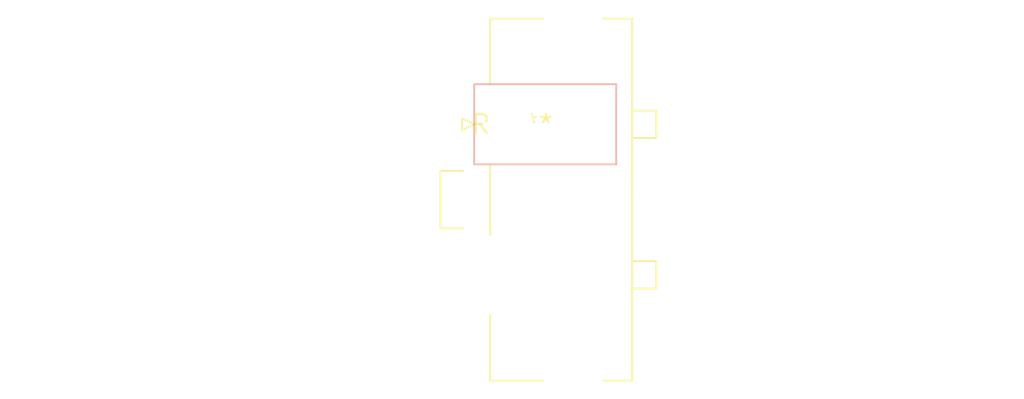
<source format=kicad_pcb>
(kicad_pcb (version 20240108) (generator pcbnew)
  (layers (0 "F.Cu" signal) (31 "B.Cu" signal) (34 "B.Paste" user) (35 "F.Paste" user) (36 "B.SilkS" user "B.Silkscreen") (37 "F.SilkS" user "F.Silkscreen") (38 "B.Mask" user) (39 "F.Mask" user) (44 "Edge.Cuts" user))
  (net 0 "")
  (footprint "Molex_Mini-Fit_Sr_42819-22XX_1x02_P10.00mm_Vertical_ThermalVias" (layer "F.Cu") (at 0 0)
    (property "Reference" "REF**")
    (property "Value" "Molex_Mini-Fit_Sr_42819-22XX_1x02_P10.00mm_Vertical_ThermalVias")
    (fp_line (start -2.51 -2.66) (end -2.51 2.66) (layer "B.SilkS") (stroke (width 0.12)))
    (fp_line (start -2.51 2.66) (end 6.91 2.66) (layer "B.SilkS") (stroke (width 0.12)))
    (fp_line (start 6.91 -2.66) (end -2.51 -2.66) (layer "B.SilkS") (stroke (width 0.12)))
    (fp_line (start 6.91 2.66) (end 6.91 -2.66) (layer "B.SilkS") (stroke (width 0.12)))
    (fp_line (start -4.75 3.09) (end -4.75 6.91) (layer "F.SilkS") (stroke (width 0.12)))
    (fp_line (start -4.75 6.91) (end -3.25 6.91) (layer "F.SilkS") (stroke (width 0.12)))
    (fp_line (start -3.31 -0.4) (end -3.31 0.4) (layer "F.SilkS") (stroke (width 0.12)))
    (fp_line (start -3.31 0.4) (end -2.51 0) (layer "F.SilkS") (stroke (width 0.12)))
    (fp_line (start -3.25 3.09) (end -4.75 3.09) (layer "F.SilkS") (stroke (width 0.12)))
    (fp_line (start -2.51 0) (end -3.31 -0.4) (layer "F.SilkS") (stroke (width 0.12)))
    (fp_line (start -1.45 -7.02) (end 2.05 -7.02) (layer "F.SilkS") (stroke (width 0.12)))
    (fp_line (start -1.45 -2.66) (end -1.45 -7.02) (layer "F.SilkS") (stroke (width 0.12)))
    (fp_line (start -1.45 2.66) (end -1.45 7.34) (layer "F.SilkS") (stroke (width 0.12)))
    (fp_line (start -1.45 12.66) (end -1.45 17.02) (layer "F.SilkS") (stroke (width 0.12)))
    (fp_line (start -1.45 17.02) (end 2.05 17.02) (layer "F.SilkS") (stroke (width 0.12)))
    (fp_line (start 6.05 -7.02) (end 7.97 -7.02) (layer "F.SilkS") (stroke (width 0.12)))
    (fp_line (start 6.05 17.02) (end 7.97 17.02) (layer "F.SilkS") (stroke (width 0.12)))
    (fp_line (start 7.97 -7.02) (end 7.97 5) (layer "F.SilkS") (stroke (width 0.12)))
    (fp_line (start 7.97 -0.91) (end 9.57 -0.91) (layer "F.SilkS") (stroke (width 0.12)))
    (fp_line (start 7.97 9.09) (end 9.57 9.09) (layer "F.SilkS") (stroke (width 0.12)))
    (fp_line (start 7.97 17.02) (end 7.97 5) (layer "F.SilkS") (stroke (width 0.12)))
    (fp_line (start 9.57 -0.91) (end 9.57 0.91) (layer "F.SilkS") (stroke (width 0.12)))
    (fp_line (start 9.57 0.91) (end 7.97 0.91) (layer "F.SilkS") (stroke (width 0.12)))
    (fp_line (start 9.57 9.09) (end 9.57 10.91) (layer "F.SilkS") (stroke (width 0.12)))
    (fp_line (start 9.57 10.91) (end 7.97 10.91) (layer "F.SilkS") (stroke (width 0.12)))
    (pad "" thru_hole circle (at 4.05 -5.73) (size 4 4) (drill 3) (layers *.Cu *.Mask) (remove_unused_layers))
    (pad "" thru_hole circle (at 4.05 15.73) (size 4 4) (drill 3) (layers *.Cu *.Mask) (remove_unused_layers))
    (pad "1" thru_hole roundrect (at -1.8 -1.95) (size 0.6 0.6) (drill 0.3) (layers *.Cu *.Mask) (remove_unused_layers))
    (pad "1" thru_hole roundrect (at -1.8 0) (size 0.6 0.6) (drill 0.3) (layers *.Cu *.Mask) (remove_unused_layers))
    (pad "1" thru_hole roundrect (at -1.8 1.95) (size 0.6 0.6) (drill 0.3) (layers *.Cu *.Mask) (remove_unused_layers))
    (pad "1" thru_hole rect (at 0 0) (size 4.5 4.8) (drill 2.8) (layers *.Cu *.Mask) (remove_unused_layers))
    (pad "1" thru_hole roundrect (at 0.2 -1.95) (size 0.6 0.6) (drill 0.3) (layers *.Cu *.Mask) (remove_unused_layers))
    (pad "1" thru_hole roundrect (at 0.2 1.95) (size 0.6 0.6) (drill 0.3) (layers *.Cu *.Mask) (remove_unused_layers))
    (pad "1" thru_hole roundrect (at 2.2 -1.95) (size 0.6 0.6) (drill 0.3) (layers *.Cu *.Mask) (remove_unused_layers))
    (pad "1" thru_hole roundrect (at 2.2 0) (size 0.6 0.6) (drill 0.3) (layers *.Cu *.Mask) (remove_unused_layers))
    (pad "1" thru_hole roundrect (at 2.2 1.95) (size 0.6 0.6) (drill 0.3) (layers *.Cu *.Mask) (remove_unused_layers))
    (pad "1" thru_hole roundrect (at 4.2 -1.95) (size 0.6 0.6) (drill 0.3) (layers *.Cu *.Mask) (remove_unused_layers))
    (pad "1" thru_hole roundrect (at 4.2 1.95) (size 0.6 0.6) (drill 0.3) (layers *.Cu *.Mask) (remove_unused_layers))
    (pad "1" thru_hole rect (at 4.4 0) (size 4.5 4.8) (drill 2.8) (layers *.Cu *.Mask) (remove_unused_layers))
    (pad "1" thru_hole roundrect (at 6.2 -1.95) (size 0.6 0.6) (drill 0.3) (layers *.Cu *.Mask) (remove_unused_layers))
    (pad "1" thru_hole roundrect (at 6.2 0) (size 0.6 0.6) (drill 0.3) (layers *.Cu *.Mask) (remove_unused_layers))
    (pad "1" thru_hole roundrect (at 6.2 1.95) (size 0.6 0.6) (drill 0.3) (layers *.Cu *.Mask) (remove_unused_layers))
    (pad "2" thru_hole circle (at -1.8 8.05) (size 0.6 0.6) (drill 0.3) (layers *.Cu *.Mask) (remove_unused_layers))
    (pad "2" thru_hole circle (at -1.8 10) (size 0.6 0.6) (drill 0.3) (layers *.Cu *.Mask) (remove_unused_layers))
    (pad "2" thru_hole circle (at -1.8 11.95) (size 0.6 0.6) (drill 0.3) (layers *.Cu *.Mask) (remove_unused_layers))
    (pad "2" thru_hole rect (at 0 10) (size 4.5 4.8) (drill 2.8) (layers *.Cu *.Mask) (remove_unused_layers))
    (pad "2" thru_hole circle (at 0.2 8.05) (size 0.6 0.6) (drill 0.3) (layers *.Cu *.Mask) (remove_unused_layers))
    (pad "2" thru_hole circle (at 0.2 11.95) (size 0.6 0.6) (drill 0.3) (layers *.Cu *.Mask) (remove_unused_layers))
    (pad "2" thru_hole circle (at 2.2 8.05) (size 0.6 0.6) (drill 0.3) (layers *.Cu *.Mask) (remove_unused_layers))
    (pad "2" thru_hole circle (at 2.2 10) (size 0.6 0.6) (drill 0.3) (layers *.Cu *.Mask) (remove_unused_layers))
    (pad "2" thru_hole circle (at 2.2 11.95) (size 0.6 0.6) (drill 0.3) (layers *.Cu *.Mask) (remove_unused_layers))
    (pad "2" thru_hole circle (at 4.2 8.05) (size 0.6 0.6) (drill 0.3) (layers *.Cu *.Mask) (remove_unused_layers))
    (pad "2" thru_hole circle (at 4.2 11.95) (size 0.6 0.6) (drill 0.3) (layers *.Cu *.Mask) (remove_unused_layers))
    (pad "2" thru_hole rect (at 4.4 10) (size 4.5 4.8) (drill 2.8) (layers *.Cu *.Mask) (remove_unused_layers))
    (pad "2" thru_hole circle (at 6.2 8.05) (size 0.6 0.6) (drill 0.3) (layers *.Cu *.Mask) (remove_unused_layers))
    (pad "2" thru_hole circle (at 6.2 10) (size 0.6 0.6) (drill 0.3) (layers *.Cu *.Mask) (remove_unused_layers))
    (pad "2" thru_hole circle (at 6.2 11.95) (size 0.6 0.6) (drill 0.3) (layers *.Cu *.Mask) (remove_unused_layers))
  )
)
</source>
